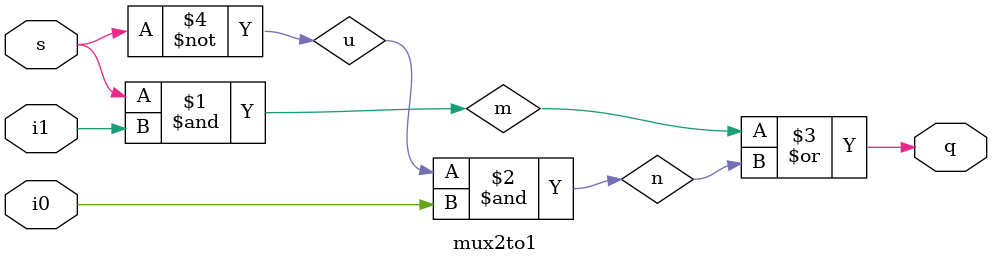
<source format=v>
module mux2to1(q,i1,i0,s);
    output q;
    input i1,i0,s;
    not (u,s);
    and (m,s,i1);
    and (n,u,i0);
    or (q,m,n);
endmodule
</source>
